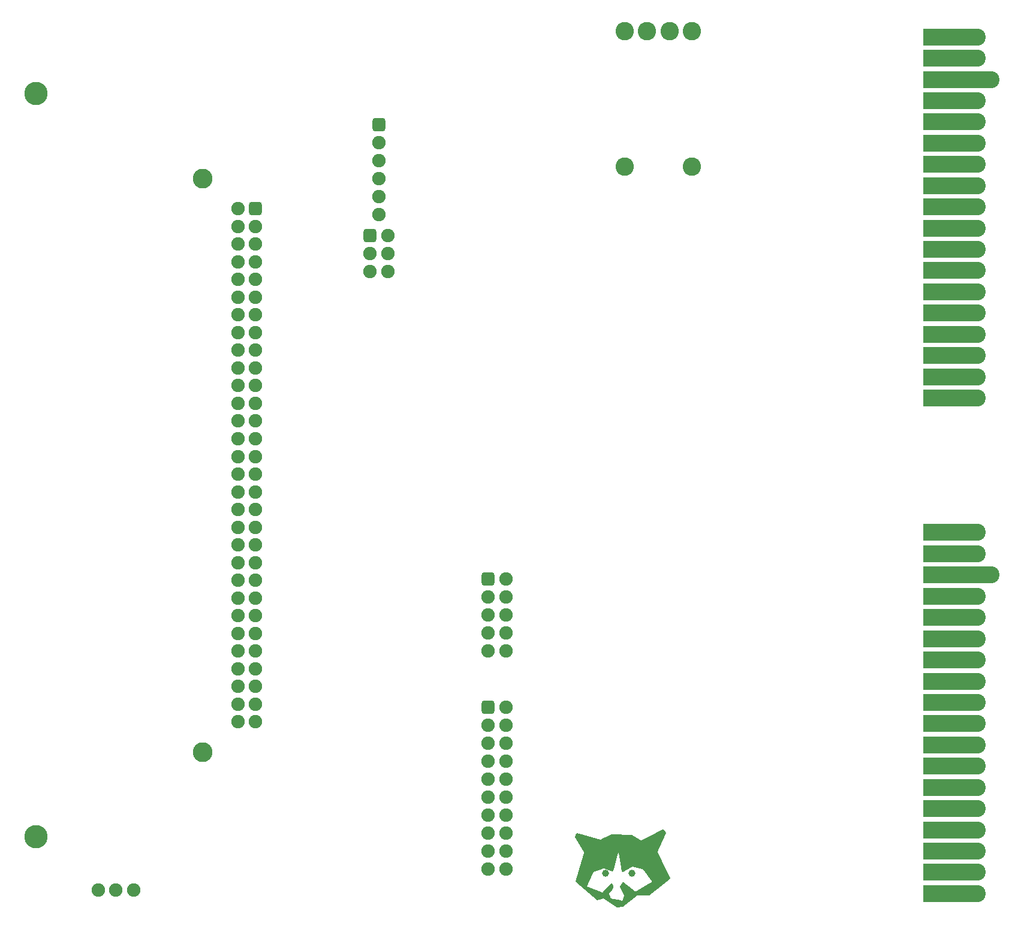
<source format=gbs>
G04*
G04  File:            MT-CONTROLLER-PROTOTYPE_C-II.GBS, Thu Feb 18 07:25:22 2021*
G04  Source:          P-CAD 2006 PCB, Version 19.02.958, (D:\retrocomputing\CM5300\pdp11-mt-controller\pcb\mt-controller-prototype_c-ii.pcb)*
G04  Format:          Gerber Format (RS-274-D), ASCII*
G04*
G04  Format Options:  Absolute Positioning*
G04                   Leading-Zero Suppression*
G04                   Scale Factor 1:1*
G04                   NO Circular Interpolation*
G04                   Inch Units*
G04                   Numeric Format: 4.4 (XXXX.XXXX)*
G04                   G54 NOT Used for Aperture Change*
G04                   Apertures Embedded*
G04*
G04  File Options:    Offset = (0.0mil,0.0mil)*
G04                   Drill Symbol Size = 80.0mil*
G04                   No Pad/Via Holes*
G04*
G04  File Contents:   Pads*
G04                   No Vias*
G04                   No Designators*
G04                   No Types*
G04                   No Values*
G04                   No Drill Symbols*
G04                   Bot Mask*
G04*
%INMT-CONTROLLER-PROTOTYPE_C-II.GBS*%
%ICAS*%
%MOIN*%
G04*
G04  Aperture MACROs for general use --- invoked via D-code assignment *
G04*
G04  General MACRO for flashed round with rotation and/or offset hole *
%AMROTOFFROUND*
1,1,$1,0.0000,0.0000*
1,0,$2,$3,$4*%
G04*
G04  General MACRO for flashed oval (obround) with rotation and/or offset hole *
%AMROTOFFOVAL*
21,1,$1,$2,0.0000,0.0000,$3*
1,1,$4,$5,$6*
1,1,$4,0-$5,0-$6*
1,0,$7,$8,$9*%
G04*
G04  General MACRO for flashed oval (obround) with rotation and no hole *
%AMROTOVALNOHOLE*
21,1,$1,$2,0.0000,0.0000,$3*
1,1,$4,$5,$6*
1,1,$4,0-$5,0-$6*%
G04*
G04  General MACRO for flashed rectangle with rotation and/or offset hole *
%AMROTOFFRECT*
21,1,$1,$2,0.0000,0.0000,$3*
1,0,$4,$5,$6*%
G04*
G04  General MACRO for flashed rectangle with rotation and no hole *
%AMROTRECTNOHOLE*
21,1,$1,$2,0.0000,0.0000,$3*%
G04*
G04  General MACRO for flashed rounded-rectangle *
%AMROUNDRECT*
21,1,$1,$2-$4,0.0000,0.0000,$3*
21,1,$1-$4,$2,0.0000,0.0000,$3*
1,1,$4,$5,$6*
1,1,$4,$7,$8*
1,1,$4,0-$5,0-$6*
1,1,$4,0-$7,0-$8*
1,0,$9,$10,$11*%
G04*
G04  General MACRO for flashed rounded-rectangle with rotation and no hole *
%AMROUNDRECTNOHOLE*
21,1,$1,$2-$4,0.0000,0.0000,$3*
21,1,$1-$4,$2,0.0000,0.0000,$3*
1,1,$4,$5,$6*
1,1,$4,$7,$8*
1,1,$4,0-$5,0-$6*
1,1,$4,0-$7,0-$8*%
G04*
G04  General MACRO for flashed regular polygon *
%AMREGPOLY*
5,1,$1,0.0000,0.0000,$2,$3+$4*
1,0,$5,$6,$7*%
G04*
G04  General MACRO for flashed regular polygon with no hole *
%AMREGPOLYNOHOLE*
5,1,$1,0.0000,0.0000,$2,$3+$4*%
G04*
G04  General MACRO for target *
%AMTARGET*
6,0,0,$1,$2,$3,4,$4,$5,$6*%
G04*
G04  General MACRO for mounting hole *
%AMMTHOLE*
1,1,$1,0,0*
1,0,$2,0,0*
$1=$1-$2*
$1=$1/2*
21,1,$2+$1,$3,0,0,$4*
21,1,$3,$2+$1,0,0,$4*%
G04*
G04*
G04  D10 : "Ellipse X0.254mm Y0.254mm H0.000mm 0.0deg (0.000mm,0.000mm) Draw"*
G04  Disc: OuterDia=0.0100*
%ADD10C, 0.0100*%
G04  D11 : "Ellipse X0.300mm Y0.300mm H0.000mm 0.0deg (0.000mm,0.000mm) Draw"*
G04  Disc: OuterDia=0.0118*
%ADD11C, 0.0118*%
G04  D12 : "Ellipse X0.350mm Y0.350mm H0.000mm 0.0deg (0.000mm,0.000mm) Draw"*
G04  Disc: OuterDia=0.0138*
%ADD12C, 0.0138*%
G04  D13 : "Ellipse X0.400mm Y0.400mm H0.000mm 0.0deg (0.000mm,0.000mm) Draw"*
G04  Disc: OuterDia=0.0157*
%ADD13C, 0.0157*%
G04  D14 : "Ellipse X0.500mm Y0.500mm H0.000mm 0.0deg (0.000mm,0.000mm) Draw"*
G04  Disc: OuterDia=0.0197*
%ADD14C, 0.0197*%
G04  D15 : "Ellipse X0.100mm Y0.100mm H0.000mm 0.0deg (0.000mm,0.000mm) Draw"*
G04  Disc: OuterDia=0.0039*
%ADD15C, 0.0039*%
G04  D16 : "Ellipse X1.000mm Y1.000mm H0.000mm 0.0deg (0.000mm,0.000mm) Draw"*
G04  Disc: OuterDia=0.0394*
%ADD16C, 0.0394*%
G04  D17 : "Ellipse X0.127mm Y0.127mm H0.000mm 0.0deg (0.000mm,0.000mm) Draw"*
G04  Disc: OuterDia=0.0050*
%ADD17C, 0.0050*%
G04  D18 : "Ellipse X0.150mm Y0.150mm H0.000mm 0.0deg (0.000mm,0.000mm) Draw"*
G04  Disc: OuterDia=0.0059*
%ADD18C, 0.0059*%
G04  D19 : "Ellipse X1.500mm Y1.500mm H0.000mm 0.0deg (0.000mm,0.000mm) Draw"*
G04  Disc: OuterDia=0.0591*
%ADD19C, 0.0591*%
G04  D20 : "Ellipse X0.200mm Y0.200mm H0.000mm 0.0deg (0.000mm,0.000mm) Draw"*
G04  Disc: OuterDia=0.0079*
%ADD20C, 0.0079*%
G04  D21 : "Ellipse X0.250mm Y0.250mm H0.000mm 0.0deg (0.000mm,0.000mm) Draw"*
G04  Disc: OuterDia=0.0098*
%ADD21C, 0.0098*%
G04  D22 : "Ellipse X2.600mm Y2.600mm H0.000mm 0.0deg (0.000mm,0.000mm) Flash"*
G04  Disc: OuterDia=0.1024*
%ADD22C, 0.1024*%
G04  D23 : "Ellipse X2.800mm Y2.800mm H0.000mm 0.0deg (0.000mm,0.000mm) Flash"*
G04  Disc: OuterDia=0.1102*
%ADD23C, 0.1102*%
G04  D24 : "Ellipse X3.300mm Y3.300mm H0.000mm 0.0deg (0.000mm,0.000mm) Flash"*
G04  Disc: OuterDia=0.1299*
%ADD24C, 0.1299*%
G04  D25 : "Ellipse X0.500mm Y0.500mm H0.000mm 0.0deg (0.000mm,0.000mm) Flash"*
G04  Disc: OuterDia=0.0197*
%ADD25C, 0.0197*%
G04  D26 : "Ellipse X0.550mm Y0.550mm H0.000mm 0.0deg (0.000mm,0.000mm) Flash"*
G04  Disc: OuterDia=0.0217*
%ADD26C, 0.0217*%
G04  D27 : "Ellipse X0.800mm Y0.800mm H0.000mm 0.0deg (0.000mm,0.000mm) Flash"*
G04  Disc: OuterDia=0.0315*
%ADD27C, 0.0315*%
G04  D28 : "Ellipse X1.000mm Y1.000mm H0.000mm 0.0deg (0.000mm,0.000mm) Flash"*
G04  Disc: OuterDia=0.0394*
%ADD28C, 0.0394*%
G04  D29 : "Ellipse X1.800mm Y1.800mm H0.000mm 0.0deg (0.000mm,0.000mm) Flash"*
G04  Disc: OuterDia=0.0709*
%ADD29C, 0.0709*%
G04  D30 : "Ellipse X1.900mm Y1.900mm H0.000mm 0.0deg (0.000mm,0.000mm) Flash"*
G04  Disc: OuterDia=0.0748*
%ADD30C, 0.0748*%
G04  D31 : "Ellipse X2.300mm Y2.300mm H0.000mm 0.0deg (0.000mm,0.000mm) Flash"*
G04  Disc: OuterDia=0.0906*
%ADD31C, 0.0906*%
G04  D32 : "Ellipse X2.400mm Y2.400mm H0.000mm 0.0deg (0.000mm,0.000mm) Flash"*
G04  Disc: OuterDia=0.0945*
%ADD32C, 0.0945*%
G04  D33 : "Ellipse X2.500mm Y2.500mm H0.000mm 0.0deg (0.000mm,0.000mm) Flash"*
G04  Disc: OuterDia=0.0984*
%ADD33C, 0.0984*%
G04  D34 : "Mounting Hole X2.700mm Y2.700mm H0.000mm 0.0deg (0.000mm,0.000mm) Flash"*
G04  Mounting Hole: Diameter=0.1063, Rotation=0.0, LineWidth=0.0050 *
%ADD34MTHOLE, 0.1063 X0.0863 X0.0050 X0.0*%
G04  D35 : "Mounting Hole X3.200mm Y3.200mm H0.000mm 0.0deg (0.000mm,0.000mm) Flash"*
G04  Mounting Hole: Diameter=0.1260, Rotation=0.0, LineWidth=0.0050 *
%ADD35MTHOLE, 0.1260 X0.1060 X0.0050 X0.0*%
G04  D36 : "Rounded Rectangle X0.310mm Y0.600mm H0.000mm 0.0deg (0.000mm,0.000mm) Flash"*
G04  RoundRct: DimX=0.0122, DimY=0.0236, CornerRad=0.0031, Rotation=0.0, OffsetX=0.0000, OffsetY=0.0000, HoleDia=0.0000 *
%ADD36ROUNDRECTNOHOLE, 0.0122 X0.0236 X0.0 X0.0061 X-0.0031 X-0.0088 X-0.0031 X0.0088*%
G04  D37 : "Rounded Rectangle X0.410mm Y0.700mm H0.000mm 0.0deg (0.000mm,0.000mm) Flash"*
G04  RoundRct: DimX=0.0161, DimY=0.0276, CornerRad=0.0040, Rotation=0.0, OffsetX=0.0000, OffsetY=0.0000, HoleDia=0.0000 *
%ADD37ROUNDRECTNOHOLE, 0.0161 X0.0276 X0.0 X0.0081 X-0.0040 X-0.0097 X-0.0040 X0.0097*%
G04  D38 : "Rounded Rectangle X0.700mm Y0.950mm H0.000mm 0.0deg (0.000mm,0.000mm) Flash"*
G04  RoundRct: DimX=0.0276, DimY=0.0374, CornerRad=0.0069, Rotation=0.0, OffsetX=0.0000, OffsetY=0.0000, HoleDia=0.0000 *
%ADD38ROUNDRECTNOHOLE, 0.0276 X0.0374 X0.0 X0.0138 X-0.0069 X-0.0118 X-0.0069 X0.0118*%
G04  D39 : "Rounded Rectangle X0.800mm Y1.050mm H0.000mm 0.0deg (0.000mm,0.000mm) Flash"*
G04  RoundRct: DimX=0.0315, DimY=0.0413, CornerRad=0.0079, Rotation=0.0, OffsetX=0.0000, OffsetY=0.0000, HoleDia=0.0000 *
%ADD39ROUNDRECTNOHOLE, 0.0315 X0.0413 X0.0 X0.0157 X-0.0079 X-0.0128 X-0.0079 X0.0128*%
G04  D40 : "Rounded Rectangle X1.200mm Y1.100mm H0.000mm 0.0deg (0.000mm,0.000mm) Flash"*
G04  RoundRct: DimX=0.0472, DimY=0.0433, CornerRad=0.0108, Rotation=0.0, OffsetX=0.0000, OffsetY=0.0000, HoleDia=0.0000 *
%ADD40ROUNDRECTNOHOLE, 0.0472 X0.0433 X0.0 X0.0217 X-0.0128 X-0.0108 X-0.0128 X0.0108*%
G04  D41 : "Rounded Rectangle X1.100mm Y1.200mm H0.000mm 0.0deg (0.000mm,0.000mm) Flash"*
G04  RoundRct: DimX=0.0433, DimY=0.0472, CornerRad=0.0108, Rotation=0.0, OffsetX=0.0000, OffsetY=0.0000, HoleDia=0.0000 *
%ADD41ROUNDRECTNOHOLE, 0.0433 X0.0472 X0.0 X0.0217 X-0.0108 X-0.0128 X-0.0108 X0.0128*%
G04  D42 : "Rounded Rectangle X1.300mm Y1.200mm H0.000mm 0.0deg (0.000mm,0.000mm) Flash"*
G04  RoundRct: DimX=0.0512, DimY=0.0472, CornerRad=0.0118, Rotation=0.0, OffsetX=0.0000, OffsetY=0.0000, HoleDia=0.0000 *
%ADD42ROUNDRECTNOHOLE, 0.0512 X0.0472 X0.0 X0.0236 X-0.0138 X-0.0118 X-0.0138 X0.0118*%
G04  D43 : "Rounded Rectangle X1.200mm Y1.300mm H0.000mm 0.0deg (0.000mm,0.000mm) Flash"*
G04  RoundRct: DimX=0.0472, DimY=0.0512, CornerRad=0.0118, Rotation=0.0, OffsetX=0.0000, OffsetY=0.0000, HoleDia=0.0000 *
%ADD43ROUNDRECTNOHOLE, 0.0472 X0.0512 X0.0 X0.0236 X-0.0118 X-0.0138 X-0.0118 X0.0138*%
G04  D44 : "Rounded Rectangle X1.400mm Y1.300mm H0.000mm 0.0deg (0.000mm,0.000mm) Flash"*
G04  RoundRct: DimX=0.0551, DimY=0.0512, CornerRad=0.0128, Rotation=0.0, OffsetX=0.0000, OffsetY=0.0000, HoleDia=0.0000 *
%ADD44ROUNDRECTNOHOLE, 0.0551 X0.0512 X0.0 X0.0256 X-0.0148 X-0.0128 X-0.0148 X0.0128*%
G04  D45 : "Rounded Rectangle X1.750mm Y1.500mm H0.000mm 0.0deg (0.000mm,0.000mm) Flash"*
G04  RoundRct: DimX=0.0689, DimY=0.0591, CornerRad=0.0148, Rotation=0.0, OffsetX=0.0000, OffsetY=0.0000, HoleDia=0.0000 *
%ADD45ROUNDRECTNOHOLE, 0.0689 X0.0591 X0.0 X0.0295 X-0.0197 X-0.0148 X-0.0197 X0.0148*%
G04  D46 : "Rounded Rectangle X1.400mm Y1.800mm H0.000mm 0.0deg (0.000mm,0.000mm) Flash"*
G04  RoundRct: DimX=0.0551, DimY=0.0709, CornerRad=0.0138, Rotation=0.0, OffsetX=0.0000, OffsetY=0.0000, HoleDia=0.0000 *
%ADD46ROUNDRECTNOHOLE, 0.0551 X0.0709 X0.0 X0.0276 X-0.0138 X-0.0217 X-0.0138 X0.0217*%
G04  D47 : "Rounded Rectangle X1.800mm Y1.800mm H0.000mm 0.0deg (0.000mm,0.000mm) Flash"*
G04  RoundRct: DimX=0.0709, DimY=0.0709, CornerRad=0.0177, Rotation=0.0, OffsetX=0.0000, OffsetY=0.0000, HoleDia=0.0000 *
%ADD47ROUNDRECTNOHOLE, 0.0709 X0.0709 X0.0 X0.0354 X-0.0177 X-0.0177 X-0.0177 X0.0177*%
G04  D48 : "Rounded Rectangle X1.850mm Y1.600mm H0.000mm 0.0deg (0.000mm,0.000mm) Flash"*
G04  RoundRct: DimX=0.0728, DimY=0.0630, CornerRad=0.0157, Rotation=0.0, OffsetX=0.0000, OffsetY=0.0000, HoleDia=0.0000 *
%ADD48ROUNDRECTNOHOLE, 0.0728 X0.0630 X0.0 X0.0315 X-0.0207 X-0.0157 X-0.0207 X0.0157*%
G04  D49 : "Rounded Rectangle X1.500mm Y1.900mm H0.000mm 0.0deg (0.000mm,0.000mm) Flash"*
G04  RoundRct: DimX=0.0591, DimY=0.0748, CornerRad=0.0148, Rotation=0.0, OffsetX=0.0000, OffsetY=0.0000, HoleDia=0.0000 *
%ADD49ROUNDRECTNOHOLE, 0.0591 X0.0748 X0.0 X0.0295 X-0.0148 X-0.0226 X-0.0148 X0.0226*%
G04  D50 : "Rounded Rectangle X1.900mm Y1.900mm H0.000mm 0.0deg (0.000mm,0.000mm) Flash"*
G04  RoundRct: DimX=0.0748, DimY=0.0748, CornerRad=0.0187, Rotation=0.0, OffsetX=0.0000, OffsetY=0.0000, HoleDia=0.0000 *
%ADD50ROUNDRECTNOHOLE, 0.0748 X0.0748 X0.0 X0.0374 X-0.0187 X-0.0187 X-0.0187 X0.0187*%
G04  D51 : "Rounded Rectangle X2.000mm Y2.500mm H0.000mm 0.0deg (0.000mm,0.000mm) Flash"*
G04  RoundRct: DimX=0.0787, DimY=0.0984, CornerRad=0.0197, Rotation=0.0, OffsetX=0.0000, OffsetY=0.0000, HoleDia=0.0000 *
%ADD51ROUNDRECTNOHOLE, 0.0787 X0.0984 X0.0 X0.0394 X-0.0197 X-0.0295 X-0.0197 X0.0295*%
G04  D52 : "Rounded Rectangle X2.500mm Y2.000mm H0.000mm 0.0deg (0.000mm,0.000mm) Flash"*
G04  RoundRct: DimX=0.0984, DimY=0.0787, CornerRad=0.0197, Rotation=0.0, OffsetX=0.0000, OffsetY=0.0000, HoleDia=0.0000 *
%ADD52ROUNDRECTNOHOLE, 0.0984 X0.0787 X0.0 X0.0394 X-0.0295 X-0.0197 X-0.0295 X0.0197*%
G04  D53 : "Rounded Rectangle X2.100mm Y2.600mm H0.000mm 0.0deg (0.000mm,0.000mm) Flash"*
G04  RoundRct: DimX=0.0827, DimY=0.1024, CornerRad=0.0207, Rotation=0.0, OffsetX=0.0000, OffsetY=0.0000, HoleDia=0.0000 *
%ADD53ROUNDRECTNOHOLE, 0.0827 X0.1024 X0.0 X0.0413 X-0.0207 X-0.0305 X-0.0207 X0.0305*%
G04  D54 : "Rounded Rectangle X2.600mm Y2.100mm H0.000mm 0.0deg (0.000mm,0.000mm) Flash"*
G04  RoundRct: DimX=0.1024, DimY=0.0827, CornerRad=0.0207, Rotation=0.0, OffsetX=0.0000, OffsetY=0.0000, HoleDia=0.0000 *
%ADD54ROUNDRECTNOHOLE, 0.1024 X0.0827 X0.0 X0.0413 X-0.0305 X-0.0207 X-0.0305 X0.0207*%
G04  D55 : "Rectangle X4.000mm Y3.400mm H0.000mm 0.0deg (0.000mm,0.000mm) Flash"*
G04  Rectangular: DimX=0.1575, DimY=0.1339, Rotation=0.0, OffsetX=0.0000, OffsetY=0.0000, HoleDia=0.0000 *
%ADD55R, 0.1575 X0.1339*%
G04  D56 : "Rectangle X4.100mm Y3.500mm H0.000mm 0.0deg (0.000mm,0.000mm) Flash"*
G04  Rectangular: DimX=0.1614, DimY=0.1378, Rotation=0.0, OffsetX=0.0000, OffsetY=0.0000, HoleDia=0.0000 *
%ADD56R, 0.1614 X0.1378*%
G04  D57 : "Rectangle X0.400mm Y0.600mm H0.000mm 0.0deg (0.000mm,0.000mm) Flash"*
G04  Rectangular: DimX=0.0157, DimY=0.0236, Rotation=0.0, OffsetX=0.0000, OffsetY=0.0000, HoleDia=0.0000 *
%ADD57R, 0.0157 X0.0236*%
G04  D58 : "Rectangle X0.500mm Y0.700mm H0.000mm 0.0deg (0.000mm,0.000mm) Flash"*
G04  Rectangular: DimX=0.0197, DimY=0.0276, Rotation=0.0, OffsetX=0.0000, OffsetY=0.0000, HoleDia=0.0000 *
%ADD58R, 0.0197 X0.0276*%
G04  D59 : "Rectangle X0.700mm Y0.250mm H0.000mm 0.0deg (0.000mm,0.000mm) Flash"*
G04  Rectangular: DimX=0.0276, DimY=0.0098, Rotation=0.0, OffsetX=0.0000, OffsetY=0.0000, HoleDia=0.0000 *
%ADD59R, 0.0276 X0.0098*%
G04  D60 : "Rectangle X0.250mm Y0.700mm H0.000mm 0.0deg (0.000mm,0.000mm) Flash"*
G04  Rectangular: DimX=0.0098, DimY=0.0276, Rotation=0.0, OffsetX=0.0000, OffsetY=0.0000, HoleDia=0.0000 *
%ADD60R, 0.0098 X0.0276*%
G04  D61 : "Rectangle X7.500mm Y2.300mm H0.000mm 0.0deg (0.000mm,0.000mm) Flash"*
G04  Rectangular: DimX=0.2953, DimY=0.0906, Rotation=0.0, OffsetX=0.0000, OffsetY=0.0000, HoleDia=0.0000 *
%ADD61R, 0.2953 X0.0906*%
G04  D62 : "Rectangle X7.600mm Y2.400mm H0.000mm 0.0deg (0.000mm,0.000mm) Flash"*
G04  Rectangular: DimX=0.2992, DimY=0.0945, Rotation=0.0, OffsetX=0.0000, OffsetY=0.0000, HoleDia=0.0000 *
%ADD62R, 0.2992 X0.0945*%
G04  D63 : "Rectangle X0.800mm Y0.350mm H0.000mm 0.0deg (0.000mm,0.000mm) Flash"*
G04  Rectangular: DimX=0.0315, DimY=0.0138, Rotation=0.0, OffsetX=0.0000, OffsetY=0.0000, HoleDia=0.0000 *
%ADD63R, 0.0315 X0.0138*%
G04  D64 : "Rectangle X0.350mm Y0.800mm H0.000mm 0.0deg (0.000mm,0.000mm) Flash"*
G04  Rectangular: DimX=0.0138, DimY=0.0315, Rotation=0.0, OffsetX=0.0000, OffsetY=0.0000, HoleDia=0.0000 *
%ADD64R, 0.0138 X0.0315*%
G04  D65 : "Rectangle X0.850mm Y0.400mm H0.000mm 0.0deg (0.000mm,0.000mm) Flash"*
G04  Rectangular: DimX=0.0335, DimY=0.0157, Rotation=0.0, OffsetX=0.0000, OffsetY=0.0000, HoleDia=0.0000 *
%ADD65R, 0.0335 X0.0157*%
G04  D66 : "Rectangle X0.400mm Y0.850mm H0.000mm 0.0deg (0.000mm,0.000mm) Flash"*
G04  Rectangular: DimX=0.0157, DimY=0.0335, Rotation=0.0, OffsetX=0.0000, OffsetY=0.0000, HoleDia=0.0000 *
%ADD66R, 0.0157 X0.0335*%
G04  D67 : "Rectangle X0.950mm Y0.500mm H0.000mm 0.0deg (0.000mm,0.000mm) Flash"*
G04  Rectangular: DimX=0.0374, DimY=0.0197, Rotation=0.0, OffsetX=0.0000, OffsetY=0.0000, HoleDia=0.0000 *
%ADD67R, 0.0374 X0.0197*%
G04  D68 : "Rectangle X0.500mm Y0.950mm H0.000mm 0.0deg (0.000mm,0.000mm) Flash"*
G04  Rectangular: DimX=0.0197, DimY=0.0374, Rotation=0.0, OffsetX=0.0000, OffsetY=0.0000, HoleDia=0.0000 *
%ADD68R, 0.0197 X0.0374*%
G04  D69 : "Rectangle X1.600mm Y0.350mm H0.000mm 0.0deg (0.000mm,0.000mm) Flash"*
G04  Rectangular: DimX=0.0630, DimY=0.0138, Rotation=0.0, OffsetX=0.0000, OffsetY=0.0000, HoleDia=0.0000 *
%ADD69R, 0.0630 X0.0138*%
G04  D70 : "Rectangle X0.350mm Y1.600mm H0.000mm 0.0deg (0.000mm,0.000mm) Flash"*
G04  Rectangular: DimX=0.0138, DimY=0.0630, Rotation=0.0, OffsetX=0.0000, OffsetY=0.0000, HoleDia=0.0000 *
%ADD70R, 0.0138 X0.0630*%
G04  D71 : "Rectangle X1.740mm Y0.490mm H0.000mm 0.0deg (0.000mm,0.000mm) Flash"*
G04  Rectangular: DimX=0.0685, DimY=0.0193, Rotation=0.0, OffsetX=0.0000, OffsetY=0.0000, HoleDia=0.0000 *
%ADD71R, 0.0685 X0.0193*%
G04  D72 : "Rectangle X0.490mm Y1.740mm H0.000mm 0.0deg (0.000mm,0.000mm) Flash"*
G04  Rectangular: DimX=0.0193, DimY=0.0685, Rotation=0.0, OffsetX=0.0000, OffsetY=0.0000, HoleDia=0.0000 *
%ADD72R, 0.0193 X0.0685*%
G04  D73 : "Rectangle X2.000mm Y0.600mm H0.000mm 0.0deg (0.000mm,0.000mm) Flash"*
G04  Rectangular: DimX=0.0787, DimY=0.0236, Rotation=0.0, OffsetX=0.0000, OffsetY=0.0000, HoleDia=0.0000 *
%ADD73R, 0.0787 X0.0236*%
G04  D74 : "Rectangle X2.000mm Y1.800mm H0.000mm 0.0deg (0.000mm,0.000mm) Flash"*
G04  Rectangular: DimX=0.0787, DimY=0.0709, Rotation=0.0, OffsetX=0.0000, OffsetY=0.0000, HoleDia=0.0000 *
%ADD74R, 0.0787 X0.0709*%
G04  D75 : "Rectangle X2.100mm Y0.700mm H0.000mm 0.0deg (0.000mm,0.000mm) Flash"*
G04  Rectangular: DimX=0.0827, DimY=0.0276, Rotation=0.0, OffsetX=0.0000, OffsetY=0.0000, HoleDia=0.0000 *
%ADD75R, 0.0827 X0.0276*%
G04  D76 : "Rectangle X2.100mm Y1.900mm H0.000mm 0.0deg (0.000mm,0.000mm) Flash"*
G04  Rectangular: DimX=0.0827, DimY=0.0748, Rotation=0.0, OffsetX=0.0000, OffsetY=0.0000, HoleDia=0.0000 *
%ADD76R, 0.0827 X0.0748*%
G04  D77 : "Ellipse X0.400mm Y0.400mm H0.000mm 0.0deg (0.000mm,0.000mm) Flash"*
G04  Disc: OuterDia=0.0157*
%ADD77C, 0.0157*%
G04*
%FSLAX44Y44*%
%SFA1B1*%
%OFA0.0000B0.0000*%
G04*
G70*
G90*
G01*
D2*
%LNBot Mask*%
D10*
X149111Y32707*
X149228D1*
X149035Y32757D2*
X149268D1*
X148958Y32807D2*
X149308D1*
X148882Y32856D2*
X149144D1*
X148806Y32906D2*
X148898D1*
X148730Y32956D2*
X148778D1*
X148654Y33006D2*
X148756D1*
X148092Y33056D2*
X148239D1*
X148577D2*
X148737D1*
X148034Y33105D2*
X148466D1*
X148478D2*
X148718D1*
X147975Y33155D2*
X148700D1*
X147917Y33205D2*
X148681D1*
X147859Y33255D2*
X148385D1*
X148444D2*
X148662D1*
X147800Y33304D2*
X148250D1*
X148508D2*
X148656D1*
X147742Y33354D2*
X148114D1*
X148556D2*
X148681D1*
X147683Y33404D2*
X147978D1*
X148605D2*
X148728D1*
X147625Y33454D2*
X147842D1*
X148653D2*
X148775D1*
X147567Y33504D2*
X147706D1*
X148701D2*
X148822D1*
X147508Y33553D2*
X147570D1*
X148750D2*
X148868D1*
X147450Y33603D2*
X147461D1*
X148798D2*
X148894D1*
X147391Y33653D2*
X147433D1*
X148846D2*
X148916D1*
X147333Y33703D2*
X147435D1*
X147275Y33752D2*
X147458D1*
X147216Y33802D2*
X147481D1*
X147158Y33852D2*
X147504D1*
X147099Y33902D2*
X147526D1*
X147041Y33952D2*
X147549D1*
X147015Y34001D2*
X147572D1*
X147030Y34051D2*
X147595D1*
X147045Y34101D2*
X147618D1*
X147060Y34151D2*
X147640D1*
X147075Y34201D2*
X147663D1*
X147090Y34250D2*
X147686D1*
X147105Y34300D2*
X147709D1*
X147120Y34350D2*
X147731D1*
X147135Y34400D2*
X147754D1*
X147150Y34449D2*
X147777D1*
X147165Y34499D2*
X147800D1*
X147180Y34549D2*
X147837D1*
X147195Y34599D2*
X147960D1*
X147210Y34649D2*
X148086D1*
X148886D2*
X148930D1*
X147225Y34698D2*
X148212D1*
X148741D2*
X148943D1*
X147240Y34748D2*
X148338D1*
X148597D2*
X148955D1*
X147255Y34798D2*
X148968D1*
X147270Y34848D2*
X148980D1*
X147285Y34898D2*
X148993D1*
X147300Y34947D2*
X149006D1*
X147315Y34997D2*
X149018D1*
X147330Y35047D2*
X149031D1*
X147345Y35097D2*
X149044D1*
X147360Y35146D2*
X149056D1*
X147375Y35196D2*
X149069D1*
X147390Y35246D2*
X149082D1*
X147405Y35296D2*
X149094D1*
X147420Y35346D2*
X149107D1*
X147435Y35395D2*
X149119D1*
X147450Y35445D2*
X149132D1*
X147465Y35495D2*
X149145D1*
X147480Y35545D2*
X149157D1*
X147480Y35594D2*
X149148D1*
X147453Y35644D2*
X149131D1*
X147425Y35694D2*
X149115D1*
X147396Y35744D2*
X149099D1*
X147367Y35794D2*
X149082D1*
X147339Y35843D2*
X149066D1*
X147310Y35893D2*
X149050D1*
X147281Y35943D2*
X149033D1*
X147252Y35993D2*
X149017D1*
X147224Y36043D2*
X149001D1*
X147195Y36092D2*
X148984D1*
X147166Y36142D2*
X148968D1*
X147137Y36192D2*
X148239D1*
X148363D2*
X148951D1*
X147109Y36242D2*
X148067D1*
X148465D2*
X148935D1*
X147080Y36291D2*
X147895D1*
X148567D2*
X148919D1*
X147051Y36341D2*
X147724D1*
X148670D2*
X148902D1*
X147022Y36391D2*
X147552D1*
X148772D2*
X148886D1*
X146994Y36441D2*
X147380D1*
X147014Y36491D2*
X147209D1*
X147035Y36540D2*
X147037D1*
X147006Y36601D2*
X146938Y36437D1*
X147421Y35600*
X147422Y35600*
X147426Y35592*
X147431Y35584*
X147431Y35583*
X147431Y35582*
X147432Y35573*
X147433Y35564*
X147433Y35563*
X147433Y35563*
X147430Y35554*
X147428Y35545*
X147428Y35544*
X146951Y33962*
X148109Y32976*
X148453Y33051*
X148453Y33051*
X148463Y33053*
X148472Y33055*
X148472Y33055*
X148472Y33055*
X148482Y33054*
X148492Y33052*
X148492Y33052*
X148492Y33052*
X148500Y33047*
X148508Y33041*
X148508Y33041*
X148819Y32838*
X149199Y32591*
X149410Y32854*
X148853Y32966*
X148847Y32967*
X148843Y32968*
X148839Y32969*
X148834Y32972*
X148829Y32975*
X148826Y32978*
X148823Y32980*
X148819Y32985*
X148815Y32989*
X148814Y32993*
X148812Y32997*
X148810Y33003*
X148710Y33269*
X148707Y33276*
X148707Y33278*
X148706Y33280*
X148706Y33288*
X148706Y33296*
X148707Y33298*
X148707Y33299*
X148710Y33307*
X148713Y33315*
X148714Y33316*
X148715Y33318*
X148721Y33323*
X148908Y33522*
X148973Y33648*
X148910Y33790*
X148450Y33317*
X148444Y33310*
X148443Y33309*
X148443Y33309*
X148434Y33305*
X148426Y33301*
X148425Y33301*
X148425Y33301*
X148415Y33301*
X148406Y33301*
X148405Y33301*
X148405Y33301*
X148396Y33304*
X147522Y33624*
X147520Y33624*
X147513Y33627*
X147505Y33630*
X147504Y33632*
X147502Y33632*
X147497Y33638*
X147491Y33644*
X147490Y33645*
X147489Y33647*
X147486Y33654*
X147482Y33662*
X147482Y33664*
X147482Y33666*
X147482Y33674*
X147482Y33682*
X147482Y33683*
X147482Y33685*
X147486Y33693*
X147488Y33700*
X147490Y33702*
X147848Y34485*
X147852Y34494*
X147853Y34494*
X147853Y34495*
X147860Y34501*
X147867Y34508*
X147867Y34508*
X147867Y34508*
X147876Y34512*
X148441Y34735*
X148448Y34739*
X148450Y34739*
X148452Y34740*
X148460Y34739*
X148468Y34740*
X148470Y34739*
X148472Y34739*
X148479Y34736*
X148961Y34569*
X149212Y35558*
X148900Y36509*
X148331Y36232*
X148323Y36227*
X148322Y36227*
X148321Y36227*
X148312Y36226*
X148303Y36225*
X148302Y36226*
X148301Y36226*
X148292Y36228*
X147006Y36601*
X149161Y32675D2*
X149551D1*
X149085Y32724D2*
X149614D1*
X149009Y32774D2*
X149678D1*
X148933Y32824D2*
X149306D1*
X149579D2*
X149741D1*
X148857Y32873D2*
X149061D1*
X149602D2*
X149804D1*
X149621Y32923D2*
X149868D1*
X149640Y32973D2*
X149931D1*
X149659Y33022D2*
X149994D1*
X149678Y33072D2*
X150058D1*
X149696Y33121D2*
X150121D1*
X149711Y33171D2*
X150184D1*
X149701Y33221D2*
X150248D1*
X149679Y33270D2*
X150315D1*
X150769D2*
X150990D1*
X149656Y33320D2*
X150183D1*
X150299D2*
X151051D1*
X149634Y33370D2*
X150120D1*
X150383D2*
X151112D1*
X149611Y33419D2*
X150057D1*
X150467D2*
X151173D1*
X149589Y33469D2*
X149994D1*
X150551D2*
X151234D1*
X149566Y33518D2*
X149931D1*
X150635D2*
X151295D1*
X149544Y33568D2*
X149868D1*
X150720D2*
X151356D1*
X149521Y33618D2*
X149805D1*
X150804D2*
X151417D1*
X149499Y33667D2*
X149742D1*
X150888D2*
X151478D1*
X149526Y33717D2*
X149679D1*
X150972D2*
X151539D1*
X149559Y33767D2*
X149616D1*
X151057D2*
X151600D1*
X151141Y33816D2*
X151661D1*
X151225Y33866D2*
X151722D1*
X151266Y33915D2*
X151783D1*
X151269Y33965D2*
X151844D1*
X151247Y34015D2*
X151905D1*
X151210Y34064D2*
X151966D1*
X151174Y34114D2*
X152027D1*
X151138Y34164D2*
X152045D1*
X151101Y34213D2*
X152021D1*
X151065Y34263D2*
X151997D1*
X151029Y34312D2*
X151972D1*
X150993Y34362D2*
X151948D1*
X150957Y34412D2*
X151924D1*
X150921Y34461D2*
X151900D1*
X150885Y34511D2*
X151876D1*
X150849Y34561D2*
X151852D1*
X150813Y34610D2*
X151828D1*
X149552Y34660D2*
X149640D1*
X150778D2*
X151804D1*
X149543Y34709D2*
X149734D1*
X150676D2*
X151780D1*
X149534Y34759D2*
X149829D1*
X150508D2*
X151756D1*
X149526Y34809D2*
X149923D1*
X150339D2*
X151732D1*
X148966Y34858D2*
X148983D1*
X149517D2*
X150017D1*
X150171D2*
X151708D1*
X148947Y34908D2*
X148996D1*
X149508D2*
X151683D1*
X148928Y34958D2*
X149008D1*
X149499D2*
X151659D1*
X148908Y35007D2*
X149021D1*
X149491D2*
X151635D1*
X148889Y35057D2*
X149034D1*
X149482D2*
X151611D1*
X148870Y35106D2*
X149046D1*
X149473D2*
X151587D1*
X148850Y35156D2*
X149059D1*
X149464D2*
X151563D1*
X148831Y35206D2*
X149071D1*
X149456D2*
X151539D1*
X148812Y35255D2*
X149084D1*
X149447D2*
X151515D1*
X148793Y35305D2*
X149097D1*
X149438D2*
X151491D1*
X148773Y35355D2*
X149109D1*
X149429D2*
X151467D1*
X148754Y35404D2*
X149122D1*
X149421D2*
X151443D1*
X148735Y35454D2*
X149134D1*
X149412D2*
X151418D1*
X148715Y35503D2*
X149147D1*
X149403D2*
X151394D1*
X148696Y35553D2*
X149159D1*
X149394D2*
X151370D1*
X148677Y35603D2*
X149172D1*
X149383D2*
X151360D1*
X148657Y35652D2*
X149225D1*
X149334D2*
X151377D1*
X148638Y35702D2*
X151400D1*
X148619Y35752D2*
X151423D1*
X148600Y35801D2*
X151446D1*
X148580Y35851D2*
X151469D1*
X148561Y35900D2*
X151492D1*
X148542Y35950D2*
X151514D1*
X148522Y36000D2*
X151537D1*
X148503Y36049D2*
X151560D1*
X148484Y36099D2*
X151583D1*
X148464Y36149D2*
X151606D1*
X148445Y36198D2*
X150442D1*
X150666D2*
X151629D1*
X148478Y36248D2*
X150351D1*
X150765D2*
X151651D1*
X148580Y36298D2*
X150260D1*
X150864D2*
X151674D1*
X148682Y36347D2*
X150169D1*
X150962D2*
X151697D1*
X148783Y36397D2*
X150078D1*
X151061D2*
X151720D1*
X148885Y36446D2*
X149841D1*
X151159D2*
X151743D1*
X151258Y36496D2*
X151766D1*
X151357Y36546D2*
X151788D1*
X151455Y36595D2*
X151811D1*
X151554Y36645D2*
X151834D1*
X151653Y36695D2*
X151805D1*
X151751Y36744D2*
X151754D1*
X151763Y36806D2*
X150579Y36210D1*
X150575Y36207*
X150570Y36206*
X150565Y36203*
X150561Y36203*
X150556Y36202*
X150551Y36202*
X150545Y36202*
X150541Y36203*
X150536Y36204*
X150532Y36206*
X150527Y36208*
X150523Y36211*
X150011Y36490*
X148940Y36529*
X148371Y36251*
X148987Y34668*
X149214Y35566*
Y35569*
X149217Y35575*
X149218Y35581*
X149220Y35584*
X149222Y35588*
X149226Y35592*
X149230Y35597*
X149233Y35599*
X149236Y35602*
X149242Y35604*
X149247Y35608*
X149251Y35608*
X149254Y35610*
X149261*
X149267Y35610*
X149271Y35610*
X149287*
X149293Y35611*
X149297Y35610*
X149302*
X149307Y35607*
X149312Y35606*
X149316Y35604*
X149320Y35602*
X149324Y35598*
X149329Y35595*
X149331Y35591*
X149334Y35588*
X149336Y35583*
X149339Y35578*
X149340Y35574*
X149342Y35569*
Y35564*
X149522Y34541*
X150059Y34824*
X150068Y34829*
X150068Y34829*
X150069Y34829*
X150078Y34830*
X150088Y34831*
X150088Y34831*
X150088Y34831*
X150098Y34828*
X150708Y34648*
X150715Y34647*
X150718Y34645*
X150721Y34644*
X150726Y34640*
X150732Y34636*
X150734Y34634*
X150736Y34632*
X150740Y34626*
X151206Y33985*
X151208Y33983*
X151212Y33977*
X151216Y33971*
X151217Y33968*
X151218Y33966*
X151219Y33959*
X151221Y33951*
X151220Y33949*
X151221Y33946*
X151219Y33939*
X151218Y33932*
X151216Y33930*
X151216Y33927*
X151211Y33921*
X151207Y33915*
X151205Y33913*
X151204Y33911*
X151197Y33907*
X151191Y33903*
X151189Y33902*
X150274Y33364*
X150274Y33363*
X150266Y33359*
X150257Y33354*
X150257Y33354*
X150256Y33354*
X150247Y33352*
X150238Y33351*
X150237Y33351*
X150237Y33351*
X150228Y33354*
X150218Y33356*
X150218Y33356*
X150218Y33357*
X150210Y33362*
X150203Y33368*
X150202Y33369*
X149567Y33869*
X149439Y33677*
X149652Y33207*
X149652Y33207*
X149660Y33189*
X149661Y33169*
X149654Y33151*
X149654Y33151*
X149549Y32872*
X149548Y32867*
X149545Y32863*
X149544Y32859*
X149540Y32855*
X149536Y32850*
X149533Y32848*
X149530Y32845*
X149525Y32842*
X149520Y32839*
X149516Y32838*
X149512Y32837*
X149506Y32836*
X149500Y32835*
X149496Y32836*
X149492Y32836*
X149487Y32838*
X148855Y32966*
X148634Y32959*
X149223Y32575*
X149518Y32585*
X150322Y33215*
X150327Y33221*
X150330Y33222*
X150332Y33223*
X150339Y33225*
X150346Y33228*
X150348Y33228*
X150351Y33228*
X150358Y33228*
X151003Y33216*
X152119Y34125*
X151419Y35566*
X151418Y35568*
X151415Y35575*
X151412Y35582*
X151412Y35585*
X151411Y35587*
X151411Y35594*
X151411Y35602*
X151411Y35604*
X151412Y35607*
X151415Y35614*
X151417Y35621*
X151419Y35623*
X151901Y36670*
X151763Y36806*
D2*
D30*
X121358Y33464D3*
X122342D3*
D28*
X148577Y34402D3*
D32*
X169242Y34448D3*
Y36811D3*
Y37992D3*
Y40354D3*
Y42716D3*
Y43897D3*
Y46259D3*
Y47440D3*
Y48622D3*
Y49803D3*
Y52165D3*
Y53346D3*
Y60826D3*
Y62007D3*
Y64370D3*
Y66732D3*
Y67913D3*
Y71456D3*
Y70275D3*
Y72637D3*
Y73818D3*
Y77362D3*
Y76181D3*
Y79724D3*
X170029Y78543D3*
X169242Y33267D3*
Y35629D3*
Y39173D3*
Y41535D3*
Y45078D3*
X170029Y50984D3*
X169242Y69094D3*
Y65551D3*
Y63188D3*
Y75000D3*
Y80905D3*
D30*
X135974Y72023D3*
Y71023D3*
Y73023D3*
Y75023D3*
Y74023D3*
D50*
Y76023D3*
D30*
X143068Y47769D3*
Y46769D3*
Y50769D3*
Y49769D3*
Y48769D3*
X142068Y47769D3*
Y46769D3*
D50*
Y50769D3*
D30*
Y49769D3*
Y48769D3*
Y36624D3*
Y35624D3*
Y39624D3*
Y38624D3*
Y42624D3*
Y41624D3*
X143068Y36624D3*
Y35624D3*
Y39624D3*
Y38624D3*
Y42624D3*
Y41624D3*
X142068Y37624D3*
Y34624D3*
D50*
Y43624D3*
D30*
Y40624D3*
X143068Y37624D3*
Y34624D3*
Y43624D3*
Y40624D3*
X120374Y33464D3*
D28*
X150060Y34400D3*
D62*
X167765Y34448D3*
Y36811D3*
Y37992D3*
Y40354D3*
Y42716D3*
Y43897D3*
Y46259D3*
Y47440D3*
Y48622D3*
Y49803D3*
Y52165D3*
Y53346D3*
Y60826D3*
Y62007D3*
Y64370D3*
Y66732D3*
Y67913D3*
Y71456D3*
Y70275D3*
Y72637D3*
Y73818D3*
Y77362D3*
Y76181D3*
Y78543D3*
Y79724D3*
D24*
X116929Y77755D3*
D50*
X135474Y69848D3*
D30*
Y68848D3*
X136474Y69848D3*
Y68848D3*
X135474Y67848D3*
X136474D3*
D62*
X167765Y33267D3*
Y35629D3*
Y39173D3*
Y41535D3*
Y45078D3*
Y50984D3*
Y69094D3*
Y65551D3*
Y63188D3*
Y75000D3*
Y80905D3*
D24*
X116929Y36417D3*
D22*
X149647Y81212D3*
X150899D3*
X152151D3*
X153403D3*
X149647Y73708D3*
X153403D3*
D62*
X168553Y78543D3*
Y50984D3*
D30*
X129133Y45767D3*
Y44783D3*
Y43799D3*
Y48720D3*
Y47736D3*
Y46751D3*
Y51673D3*
Y50688D3*
Y49704D3*
Y54625D3*
Y53641D3*
Y52657D3*
Y57578D3*
Y56594D3*
Y60531D3*
Y59547D3*
Y63484D3*
Y62500D3*
Y66437D3*
Y65452D3*
Y69389D3*
Y68405D3*
D50*
Y71358D3*
D23*
X126181Y41141D3*
Y73031D3*
D30*
X129133Y42814D3*
Y55610D3*
Y67421D3*
Y64468D3*
Y61515D3*
Y58562D3*
Y70374D3*
X128149Y45767D3*
Y44783D3*
Y43799D3*
Y48720D3*
Y47736D3*
Y46751D3*
Y51673D3*
Y50688D3*
Y49704D3*
Y54625D3*
Y53641D3*
Y52657D3*
Y57578D3*
Y56594D3*
Y60531D3*
Y59547D3*
Y63484D3*
Y62500D3*
Y66437D3*
Y65452D3*
Y69389D3*
Y68405D3*
Y71358D3*
Y42814D3*
Y55610D3*
Y67421D3*
Y64468D3*
Y61515D3*
Y58562D3*
Y70374D3*
D02M02*

</source>
